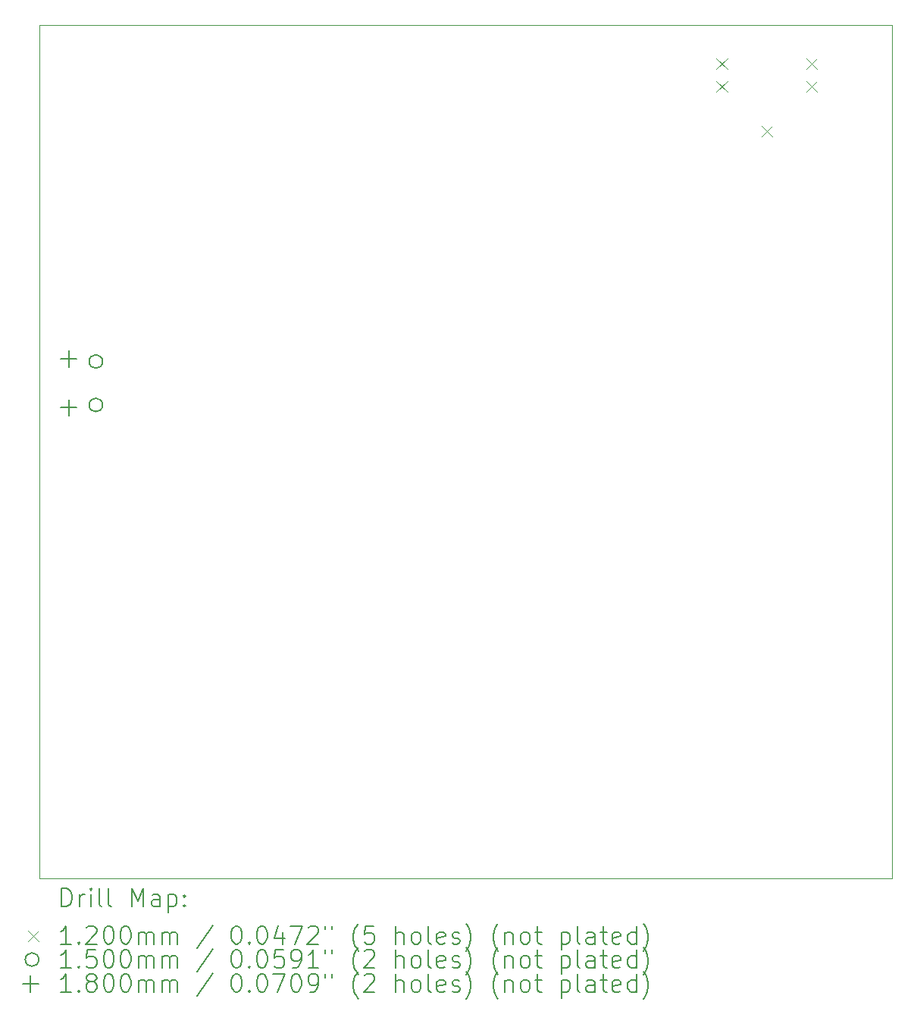
<source format=gbr>
%FSLAX45Y45*%
G04 Gerber Fmt 4.5, Leading zero omitted, Abs format (unit mm)*
G04 Created by KiCad (PCBNEW (6.0.4-0)) date 2022-06-06 20:21:23*
%MOMM*%
%LPD*%
G01*
G04 APERTURE LIST*
%TA.AperFunction,Profile*%
%ADD10C,0.100000*%
%TD*%
%ADD11C,0.200000*%
%ADD12C,0.120000*%
%ADD13C,0.150000*%
%ADD14C,0.180000*%
G04 APERTURE END LIST*
D10*
X14605000Y-4445000D02*
X14605000Y-13970000D01*
X5080000Y-13970000D02*
X5080000Y-4445000D01*
X5080000Y-4445000D02*
X14605000Y-4445000D01*
X14605000Y-13970000D02*
X5080000Y-13970000D01*
D11*
D12*
X12648000Y-4820800D02*
X12768000Y-4940800D01*
X12768000Y-4820800D02*
X12648000Y-4940800D01*
X12648000Y-5070800D02*
X12768000Y-5190800D01*
X12768000Y-5070800D02*
X12648000Y-5190800D01*
X13148000Y-5570800D02*
X13268000Y-5690800D01*
X13268000Y-5570800D02*
X13148000Y-5690800D01*
X13648000Y-4820800D02*
X13768000Y-4940800D01*
X13768000Y-4820800D02*
X13648000Y-4940800D01*
X13648000Y-5070800D02*
X13768000Y-5190800D01*
X13768000Y-5070800D02*
X13648000Y-5190800D01*
D13*
X5788500Y-8203000D02*
G75*
G03*
X5788500Y-8203000I-75000J0D01*
G01*
X5788500Y-8688000D02*
G75*
G03*
X5788500Y-8688000I-75000J0D01*
G01*
D14*
X5410500Y-8083000D02*
X5410500Y-8263000D01*
X5320500Y-8173000D02*
X5500500Y-8173000D01*
X5410500Y-8628000D02*
X5410500Y-8808000D01*
X5320500Y-8718000D02*
X5500500Y-8718000D01*
D11*
X5332619Y-14285476D02*
X5332619Y-14085476D01*
X5380238Y-14085476D01*
X5408810Y-14095000D01*
X5427857Y-14114048D01*
X5437381Y-14133095D01*
X5446905Y-14171190D01*
X5446905Y-14199762D01*
X5437381Y-14237857D01*
X5427857Y-14256905D01*
X5408810Y-14275952D01*
X5380238Y-14285476D01*
X5332619Y-14285476D01*
X5532619Y-14285476D02*
X5532619Y-14152143D01*
X5532619Y-14190238D02*
X5542143Y-14171190D01*
X5551667Y-14161667D01*
X5570714Y-14152143D01*
X5589762Y-14152143D01*
X5656428Y-14285476D02*
X5656428Y-14152143D01*
X5656428Y-14085476D02*
X5646905Y-14095000D01*
X5656428Y-14104524D01*
X5665952Y-14095000D01*
X5656428Y-14085476D01*
X5656428Y-14104524D01*
X5780238Y-14285476D02*
X5761190Y-14275952D01*
X5751667Y-14256905D01*
X5751667Y-14085476D01*
X5885000Y-14285476D02*
X5865952Y-14275952D01*
X5856428Y-14256905D01*
X5856428Y-14085476D01*
X6113571Y-14285476D02*
X6113571Y-14085476D01*
X6180238Y-14228333D01*
X6246905Y-14085476D01*
X6246905Y-14285476D01*
X6427857Y-14285476D02*
X6427857Y-14180714D01*
X6418333Y-14161667D01*
X6399286Y-14152143D01*
X6361190Y-14152143D01*
X6342143Y-14161667D01*
X6427857Y-14275952D02*
X6408809Y-14285476D01*
X6361190Y-14285476D01*
X6342143Y-14275952D01*
X6332619Y-14256905D01*
X6332619Y-14237857D01*
X6342143Y-14218809D01*
X6361190Y-14209286D01*
X6408809Y-14209286D01*
X6427857Y-14199762D01*
X6523095Y-14152143D02*
X6523095Y-14352143D01*
X6523095Y-14161667D02*
X6542143Y-14152143D01*
X6580238Y-14152143D01*
X6599286Y-14161667D01*
X6608809Y-14171190D01*
X6618333Y-14190238D01*
X6618333Y-14247381D01*
X6608809Y-14266428D01*
X6599286Y-14275952D01*
X6580238Y-14285476D01*
X6542143Y-14285476D01*
X6523095Y-14275952D01*
X6704048Y-14266428D02*
X6713571Y-14275952D01*
X6704048Y-14285476D01*
X6694524Y-14275952D01*
X6704048Y-14266428D01*
X6704048Y-14285476D01*
X6704048Y-14161667D02*
X6713571Y-14171190D01*
X6704048Y-14180714D01*
X6694524Y-14171190D01*
X6704048Y-14161667D01*
X6704048Y-14180714D01*
D12*
X4955000Y-14555000D02*
X5075000Y-14675000D01*
X5075000Y-14555000D02*
X4955000Y-14675000D01*
D11*
X5437381Y-14705476D02*
X5323095Y-14705476D01*
X5380238Y-14705476D02*
X5380238Y-14505476D01*
X5361190Y-14534048D01*
X5342143Y-14553095D01*
X5323095Y-14562619D01*
X5523095Y-14686428D02*
X5532619Y-14695952D01*
X5523095Y-14705476D01*
X5513571Y-14695952D01*
X5523095Y-14686428D01*
X5523095Y-14705476D01*
X5608809Y-14524524D02*
X5618333Y-14515000D01*
X5637381Y-14505476D01*
X5685000Y-14505476D01*
X5704048Y-14515000D01*
X5713571Y-14524524D01*
X5723095Y-14543571D01*
X5723095Y-14562619D01*
X5713571Y-14591190D01*
X5599286Y-14705476D01*
X5723095Y-14705476D01*
X5846905Y-14505476D02*
X5865952Y-14505476D01*
X5885000Y-14515000D01*
X5894524Y-14524524D01*
X5904048Y-14543571D01*
X5913571Y-14581667D01*
X5913571Y-14629286D01*
X5904048Y-14667381D01*
X5894524Y-14686428D01*
X5885000Y-14695952D01*
X5865952Y-14705476D01*
X5846905Y-14705476D01*
X5827857Y-14695952D01*
X5818333Y-14686428D01*
X5808809Y-14667381D01*
X5799286Y-14629286D01*
X5799286Y-14581667D01*
X5808809Y-14543571D01*
X5818333Y-14524524D01*
X5827857Y-14515000D01*
X5846905Y-14505476D01*
X6037381Y-14505476D02*
X6056428Y-14505476D01*
X6075476Y-14515000D01*
X6085000Y-14524524D01*
X6094524Y-14543571D01*
X6104048Y-14581667D01*
X6104048Y-14629286D01*
X6094524Y-14667381D01*
X6085000Y-14686428D01*
X6075476Y-14695952D01*
X6056428Y-14705476D01*
X6037381Y-14705476D01*
X6018333Y-14695952D01*
X6008809Y-14686428D01*
X5999286Y-14667381D01*
X5989762Y-14629286D01*
X5989762Y-14581667D01*
X5999286Y-14543571D01*
X6008809Y-14524524D01*
X6018333Y-14515000D01*
X6037381Y-14505476D01*
X6189762Y-14705476D02*
X6189762Y-14572143D01*
X6189762Y-14591190D02*
X6199286Y-14581667D01*
X6218333Y-14572143D01*
X6246905Y-14572143D01*
X6265952Y-14581667D01*
X6275476Y-14600714D01*
X6275476Y-14705476D01*
X6275476Y-14600714D02*
X6285000Y-14581667D01*
X6304048Y-14572143D01*
X6332619Y-14572143D01*
X6351667Y-14581667D01*
X6361190Y-14600714D01*
X6361190Y-14705476D01*
X6456428Y-14705476D02*
X6456428Y-14572143D01*
X6456428Y-14591190D02*
X6465952Y-14581667D01*
X6485000Y-14572143D01*
X6513571Y-14572143D01*
X6532619Y-14581667D01*
X6542143Y-14600714D01*
X6542143Y-14705476D01*
X6542143Y-14600714D02*
X6551667Y-14581667D01*
X6570714Y-14572143D01*
X6599286Y-14572143D01*
X6618333Y-14581667D01*
X6627857Y-14600714D01*
X6627857Y-14705476D01*
X7018333Y-14495952D02*
X6846905Y-14753095D01*
X7275476Y-14505476D02*
X7294524Y-14505476D01*
X7313571Y-14515000D01*
X7323095Y-14524524D01*
X7332619Y-14543571D01*
X7342143Y-14581667D01*
X7342143Y-14629286D01*
X7332619Y-14667381D01*
X7323095Y-14686428D01*
X7313571Y-14695952D01*
X7294524Y-14705476D01*
X7275476Y-14705476D01*
X7256428Y-14695952D01*
X7246905Y-14686428D01*
X7237381Y-14667381D01*
X7227857Y-14629286D01*
X7227857Y-14581667D01*
X7237381Y-14543571D01*
X7246905Y-14524524D01*
X7256428Y-14515000D01*
X7275476Y-14505476D01*
X7427857Y-14686428D02*
X7437381Y-14695952D01*
X7427857Y-14705476D01*
X7418333Y-14695952D01*
X7427857Y-14686428D01*
X7427857Y-14705476D01*
X7561190Y-14505476D02*
X7580238Y-14505476D01*
X7599286Y-14515000D01*
X7608809Y-14524524D01*
X7618333Y-14543571D01*
X7627857Y-14581667D01*
X7627857Y-14629286D01*
X7618333Y-14667381D01*
X7608809Y-14686428D01*
X7599286Y-14695952D01*
X7580238Y-14705476D01*
X7561190Y-14705476D01*
X7542143Y-14695952D01*
X7532619Y-14686428D01*
X7523095Y-14667381D01*
X7513571Y-14629286D01*
X7513571Y-14581667D01*
X7523095Y-14543571D01*
X7532619Y-14524524D01*
X7542143Y-14515000D01*
X7561190Y-14505476D01*
X7799286Y-14572143D02*
X7799286Y-14705476D01*
X7751667Y-14495952D02*
X7704048Y-14638809D01*
X7827857Y-14638809D01*
X7885000Y-14505476D02*
X8018333Y-14505476D01*
X7932619Y-14705476D01*
X8085000Y-14524524D02*
X8094524Y-14515000D01*
X8113571Y-14505476D01*
X8161190Y-14505476D01*
X8180238Y-14515000D01*
X8189762Y-14524524D01*
X8199286Y-14543571D01*
X8199286Y-14562619D01*
X8189762Y-14591190D01*
X8075476Y-14705476D01*
X8199286Y-14705476D01*
X8275476Y-14505476D02*
X8275476Y-14543571D01*
X8351667Y-14505476D02*
X8351667Y-14543571D01*
X8646905Y-14781667D02*
X8637381Y-14772143D01*
X8618333Y-14743571D01*
X8608810Y-14724524D01*
X8599286Y-14695952D01*
X8589762Y-14648333D01*
X8589762Y-14610238D01*
X8599286Y-14562619D01*
X8608810Y-14534048D01*
X8618333Y-14515000D01*
X8637381Y-14486428D01*
X8646905Y-14476905D01*
X8818333Y-14505476D02*
X8723095Y-14505476D01*
X8713571Y-14600714D01*
X8723095Y-14591190D01*
X8742143Y-14581667D01*
X8789762Y-14581667D01*
X8808810Y-14591190D01*
X8818333Y-14600714D01*
X8827857Y-14619762D01*
X8827857Y-14667381D01*
X8818333Y-14686428D01*
X8808810Y-14695952D01*
X8789762Y-14705476D01*
X8742143Y-14705476D01*
X8723095Y-14695952D01*
X8713571Y-14686428D01*
X9065952Y-14705476D02*
X9065952Y-14505476D01*
X9151667Y-14705476D02*
X9151667Y-14600714D01*
X9142143Y-14581667D01*
X9123095Y-14572143D01*
X9094524Y-14572143D01*
X9075476Y-14581667D01*
X9065952Y-14591190D01*
X9275476Y-14705476D02*
X9256429Y-14695952D01*
X9246905Y-14686428D01*
X9237381Y-14667381D01*
X9237381Y-14610238D01*
X9246905Y-14591190D01*
X9256429Y-14581667D01*
X9275476Y-14572143D01*
X9304048Y-14572143D01*
X9323095Y-14581667D01*
X9332619Y-14591190D01*
X9342143Y-14610238D01*
X9342143Y-14667381D01*
X9332619Y-14686428D01*
X9323095Y-14695952D01*
X9304048Y-14705476D01*
X9275476Y-14705476D01*
X9456429Y-14705476D02*
X9437381Y-14695952D01*
X9427857Y-14676905D01*
X9427857Y-14505476D01*
X9608810Y-14695952D02*
X9589762Y-14705476D01*
X9551667Y-14705476D01*
X9532619Y-14695952D01*
X9523095Y-14676905D01*
X9523095Y-14600714D01*
X9532619Y-14581667D01*
X9551667Y-14572143D01*
X9589762Y-14572143D01*
X9608810Y-14581667D01*
X9618333Y-14600714D01*
X9618333Y-14619762D01*
X9523095Y-14638809D01*
X9694524Y-14695952D02*
X9713571Y-14705476D01*
X9751667Y-14705476D01*
X9770714Y-14695952D01*
X9780238Y-14676905D01*
X9780238Y-14667381D01*
X9770714Y-14648333D01*
X9751667Y-14638809D01*
X9723095Y-14638809D01*
X9704048Y-14629286D01*
X9694524Y-14610238D01*
X9694524Y-14600714D01*
X9704048Y-14581667D01*
X9723095Y-14572143D01*
X9751667Y-14572143D01*
X9770714Y-14581667D01*
X9846905Y-14781667D02*
X9856429Y-14772143D01*
X9875476Y-14743571D01*
X9885000Y-14724524D01*
X9894524Y-14695952D01*
X9904048Y-14648333D01*
X9904048Y-14610238D01*
X9894524Y-14562619D01*
X9885000Y-14534048D01*
X9875476Y-14515000D01*
X9856429Y-14486428D01*
X9846905Y-14476905D01*
X10208810Y-14781667D02*
X10199286Y-14772143D01*
X10180238Y-14743571D01*
X10170714Y-14724524D01*
X10161190Y-14695952D01*
X10151667Y-14648333D01*
X10151667Y-14610238D01*
X10161190Y-14562619D01*
X10170714Y-14534048D01*
X10180238Y-14515000D01*
X10199286Y-14486428D01*
X10208810Y-14476905D01*
X10285000Y-14572143D02*
X10285000Y-14705476D01*
X10285000Y-14591190D02*
X10294524Y-14581667D01*
X10313571Y-14572143D01*
X10342143Y-14572143D01*
X10361190Y-14581667D01*
X10370714Y-14600714D01*
X10370714Y-14705476D01*
X10494524Y-14705476D02*
X10475476Y-14695952D01*
X10465952Y-14686428D01*
X10456429Y-14667381D01*
X10456429Y-14610238D01*
X10465952Y-14591190D01*
X10475476Y-14581667D01*
X10494524Y-14572143D01*
X10523095Y-14572143D01*
X10542143Y-14581667D01*
X10551667Y-14591190D01*
X10561190Y-14610238D01*
X10561190Y-14667381D01*
X10551667Y-14686428D01*
X10542143Y-14695952D01*
X10523095Y-14705476D01*
X10494524Y-14705476D01*
X10618333Y-14572143D02*
X10694524Y-14572143D01*
X10646905Y-14505476D02*
X10646905Y-14676905D01*
X10656429Y-14695952D01*
X10675476Y-14705476D01*
X10694524Y-14705476D01*
X10913571Y-14572143D02*
X10913571Y-14772143D01*
X10913571Y-14581667D02*
X10932619Y-14572143D01*
X10970714Y-14572143D01*
X10989762Y-14581667D01*
X10999286Y-14591190D01*
X11008810Y-14610238D01*
X11008810Y-14667381D01*
X10999286Y-14686428D01*
X10989762Y-14695952D01*
X10970714Y-14705476D01*
X10932619Y-14705476D01*
X10913571Y-14695952D01*
X11123095Y-14705476D02*
X11104048Y-14695952D01*
X11094524Y-14676905D01*
X11094524Y-14505476D01*
X11285000Y-14705476D02*
X11285000Y-14600714D01*
X11275476Y-14581667D01*
X11256428Y-14572143D01*
X11218333Y-14572143D01*
X11199286Y-14581667D01*
X11285000Y-14695952D02*
X11265952Y-14705476D01*
X11218333Y-14705476D01*
X11199286Y-14695952D01*
X11189762Y-14676905D01*
X11189762Y-14657857D01*
X11199286Y-14638809D01*
X11218333Y-14629286D01*
X11265952Y-14629286D01*
X11285000Y-14619762D01*
X11351667Y-14572143D02*
X11427857Y-14572143D01*
X11380238Y-14505476D02*
X11380238Y-14676905D01*
X11389762Y-14695952D01*
X11408809Y-14705476D01*
X11427857Y-14705476D01*
X11570714Y-14695952D02*
X11551667Y-14705476D01*
X11513571Y-14705476D01*
X11494524Y-14695952D01*
X11485000Y-14676905D01*
X11485000Y-14600714D01*
X11494524Y-14581667D01*
X11513571Y-14572143D01*
X11551667Y-14572143D01*
X11570714Y-14581667D01*
X11580238Y-14600714D01*
X11580238Y-14619762D01*
X11485000Y-14638809D01*
X11751667Y-14705476D02*
X11751667Y-14505476D01*
X11751667Y-14695952D02*
X11732619Y-14705476D01*
X11694524Y-14705476D01*
X11675476Y-14695952D01*
X11665952Y-14686428D01*
X11656428Y-14667381D01*
X11656428Y-14610238D01*
X11665952Y-14591190D01*
X11675476Y-14581667D01*
X11694524Y-14572143D01*
X11732619Y-14572143D01*
X11751667Y-14581667D01*
X11827857Y-14781667D02*
X11837381Y-14772143D01*
X11856428Y-14743571D01*
X11865952Y-14724524D01*
X11875476Y-14695952D01*
X11885000Y-14648333D01*
X11885000Y-14610238D01*
X11875476Y-14562619D01*
X11865952Y-14534048D01*
X11856428Y-14515000D01*
X11837381Y-14486428D01*
X11827857Y-14476905D01*
D13*
X5075000Y-14879000D02*
G75*
G03*
X5075000Y-14879000I-75000J0D01*
G01*
D11*
X5437381Y-14969476D02*
X5323095Y-14969476D01*
X5380238Y-14969476D02*
X5380238Y-14769476D01*
X5361190Y-14798048D01*
X5342143Y-14817095D01*
X5323095Y-14826619D01*
X5523095Y-14950428D02*
X5532619Y-14959952D01*
X5523095Y-14969476D01*
X5513571Y-14959952D01*
X5523095Y-14950428D01*
X5523095Y-14969476D01*
X5713571Y-14769476D02*
X5618333Y-14769476D01*
X5608809Y-14864714D01*
X5618333Y-14855190D01*
X5637381Y-14845667D01*
X5685000Y-14845667D01*
X5704048Y-14855190D01*
X5713571Y-14864714D01*
X5723095Y-14883762D01*
X5723095Y-14931381D01*
X5713571Y-14950428D01*
X5704048Y-14959952D01*
X5685000Y-14969476D01*
X5637381Y-14969476D01*
X5618333Y-14959952D01*
X5608809Y-14950428D01*
X5846905Y-14769476D02*
X5865952Y-14769476D01*
X5885000Y-14779000D01*
X5894524Y-14788524D01*
X5904048Y-14807571D01*
X5913571Y-14845667D01*
X5913571Y-14893286D01*
X5904048Y-14931381D01*
X5894524Y-14950428D01*
X5885000Y-14959952D01*
X5865952Y-14969476D01*
X5846905Y-14969476D01*
X5827857Y-14959952D01*
X5818333Y-14950428D01*
X5808809Y-14931381D01*
X5799286Y-14893286D01*
X5799286Y-14845667D01*
X5808809Y-14807571D01*
X5818333Y-14788524D01*
X5827857Y-14779000D01*
X5846905Y-14769476D01*
X6037381Y-14769476D02*
X6056428Y-14769476D01*
X6075476Y-14779000D01*
X6085000Y-14788524D01*
X6094524Y-14807571D01*
X6104048Y-14845667D01*
X6104048Y-14893286D01*
X6094524Y-14931381D01*
X6085000Y-14950428D01*
X6075476Y-14959952D01*
X6056428Y-14969476D01*
X6037381Y-14969476D01*
X6018333Y-14959952D01*
X6008809Y-14950428D01*
X5999286Y-14931381D01*
X5989762Y-14893286D01*
X5989762Y-14845667D01*
X5999286Y-14807571D01*
X6008809Y-14788524D01*
X6018333Y-14779000D01*
X6037381Y-14769476D01*
X6189762Y-14969476D02*
X6189762Y-14836143D01*
X6189762Y-14855190D02*
X6199286Y-14845667D01*
X6218333Y-14836143D01*
X6246905Y-14836143D01*
X6265952Y-14845667D01*
X6275476Y-14864714D01*
X6275476Y-14969476D01*
X6275476Y-14864714D02*
X6285000Y-14845667D01*
X6304048Y-14836143D01*
X6332619Y-14836143D01*
X6351667Y-14845667D01*
X6361190Y-14864714D01*
X6361190Y-14969476D01*
X6456428Y-14969476D02*
X6456428Y-14836143D01*
X6456428Y-14855190D02*
X6465952Y-14845667D01*
X6485000Y-14836143D01*
X6513571Y-14836143D01*
X6532619Y-14845667D01*
X6542143Y-14864714D01*
X6542143Y-14969476D01*
X6542143Y-14864714D02*
X6551667Y-14845667D01*
X6570714Y-14836143D01*
X6599286Y-14836143D01*
X6618333Y-14845667D01*
X6627857Y-14864714D01*
X6627857Y-14969476D01*
X7018333Y-14759952D02*
X6846905Y-15017095D01*
X7275476Y-14769476D02*
X7294524Y-14769476D01*
X7313571Y-14779000D01*
X7323095Y-14788524D01*
X7332619Y-14807571D01*
X7342143Y-14845667D01*
X7342143Y-14893286D01*
X7332619Y-14931381D01*
X7323095Y-14950428D01*
X7313571Y-14959952D01*
X7294524Y-14969476D01*
X7275476Y-14969476D01*
X7256428Y-14959952D01*
X7246905Y-14950428D01*
X7237381Y-14931381D01*
X7227857Y-14893286D01*
X7227857Y-14845667D01*
X7237381Y-14807571D01*
X7246905Y-14788524D01*
X7256428Y-14779000D01*
X7275476Y-14769476D01*
X7427857Y-14950428D02*
X7437381Y-14959952D01*
X7427857Y-14969476D01*
X7418333Y-14959952D01*
X7427857Y-14950428D01*
X7427857Y-14969476D01*
X7561190Y-14769476D02*
X7580238Y-14769476D01*
X7599286Y-14779000D01*
X7608809Y-14788524D01*
X7618333Y-14807571D01*
X7627857Y-14845667D01*
X7627857Y-14893286D01*
X7618333Y-14931381D01*
X7608809Y-14950428D01*
X7599286Y-14959952D01*
X7580238Y-14969476D01*
X7561190Y-14969476D01*
X7542143Y-14959952D01*
X7532619Y-14950428D01*
X7523095Y-14931381D01*
X7513571Y-14893286D01*
X7513571Y-14845667D01*
X7523095Y-14807571D01*
X7532619Y-14788524D01*
X7542143Y-14779000D01*
X7561190Y-14769476D01*
X7808809Y-14769476D02*
X7713571Y-14769476D01*
X7704048Y-14864714D01*
X7713571Y-14855190D01*
X7732619Y-14845667D01*
X7780238Y-14845667D01*
X7799286Y-14855190D01*
X7808809Y-14864714D01*
X7818333Y-14883762D01*
X7818333Y-14931381D01*
X7808809Y-14950428D01*
X7799286Y-14959952D01*
X7780238Y-14969476D01*
X7732619Y-14969476D01*
X7713571Y-14959952D01*
X7704048Y-14950428D01*
X7913571Y-14969476D02*
X7951667Y-14969476D01*
X7970714Y-14959952D01*
X7980238Y-14950428D01*
X7999286Y-14921857D01*
X8008809Y-14883762D01*
X8008809Y-14807571D01*
X7999286Y-14788524D01*
X7989762Y-14779000D01*
X7970714Y-14769476D01*
X7932619Y-14769476D01*
X7913571Y-14779000D01*
X7904048Y-14788524D01*
X7894524Y-14807571D01*
X7894524Y-14855190D01*
X7904048Y-14874238D01*
X7913571Y-14883762D01*
X7932619Y-14893286D01*
X7970714Y-14893286D01*
X7989762Y-14883762D01*
X7999286Y-14874238D01*
X8008809Y-14855190D01*
X8199286Y-14969476D02*
X8085000Y-14969476D01*
X8142143Y-14969476D02*
X8142143Y-14769476D01*
X8123095Y-14798048D01*
X8104048Y-14817095D01*
X8085000Y-14826619D01*
X8275476Y-14769476D02*
X8275476Y-14807571D01*
X8351667Y-14769476D02*
X8351667Y-14807571D01*
X8646905Y-15045667D02*
X8637381Y-15036143D01*
X8618333Y-15007571D01*
X8608810Y-14988524D01*
X8599286Y-14959952D01*
X8589762Y-14912333D01*
X8589762Y-14874238D01*
X8599286Y-14826619D01*
X8608810Y-14798048D01*
X8618333Y-14779000D01*
X8637381Y-14750428D01*
X8646905Y-14740905D01*
X8713571Y-14788524D02*
X8723095Y-14779000D01*
X8742143Y-14769476D01*
X8789762Y-14769476D01*
X8808810Y-14779000D01*
X8818333Y-14788524D01*
X8827857Y-14807571D01*
X8827857Y-14826619D01*
X8818333Y-14855190D01*
X8704048Y-14969476D01*
X8827857Y-14969476D01*
X9065952Y-14969476D02*
X9065952Y-14769476D01*
X9151667Y-14969476D02*
X9151667Y-14864714D01*
X9142143Y-14845667D01*
X9123095Y-14836143D01*
X9094524Y-14836143D01*
X9075476Y-14845667D01*
X9065952Y-14855190D01*
X9275476Y-14969476D02*
X9256429Y-14959952D01*
X9246905Y-14950428D01*
X9237381Y-14931381D01*
X9237381Y-14874238D01*
X9246905Y-14855190D01*
X9256429Y-14845667D01*
X9275476Y-14836143D01*
X9304048Y-14836143D01*
X9323095Y-14845667D01*
X9332619Y-14855190D01*
X9342143Y-14874238D01*
X9342143Y-14931381D01*
X9332619Y-14950428D01*
X9323095Y-14959952D01*
X9304048Y-14969476D01*
X9275476Y-14969476D01*
X9456429Y-14969476D02*
X9437381Y-14959952D01*
X9427857Y-14940905D01*
X9427857Y-14769476D01*
X9608810Y-14959952D02*
X9589762Y-14969476D01*
X9551667Y-14969476D01*
X9532619Y-14959952D01*
X9523095Y-14940905D01*
X9523095Y-14864714D01*
X9532619Y-14845667D01*
X9551667Y-14836143D01*
X9589762Y-14836143D01*
X9608810Y-14845667D01*
X9618333Y-14864714D01*
X9618333Y-14883762D01*
X9523095Y-14902809D01*
X9694524Y-14959952D02*
X9713571Y-14969476D01*
X9751667Y-14969476D01*
X9770714Y-14959952D01*
X9780238Y-14940905D01*
X9780238Y-14931381D01*
X9770714Y-14912333D01*
X9751667Y-14902809D01*
X9723095Y-14902809D01*
X9704048Y-14893286D01*
X9694524Y-14874238D01*
X9694524Y-14864714D01*
X9704048Y-14845667D01*
X9723095Y-14836143D01*
X9751667Y-14836143D01*
X9770714Y-14845667D01*
X9846905Y-15045667D02*
X9856429Y-15036143D01*
X9875476Y-15007571D01*
X9885000Y-14988524D01*
X9894524Y-14959952D01*
X9904048Y-14912333D01*
X9904048Y-14874238D01*
X9894524Y-14826619D01*
X9885000Y-14798048D01*
X9875476Y-14779000D01*
X9856429Y-14750428D01*
X9846905Y-14740905D01*
X10208810Y-15045667D02*
X10199286Y-15036143D01*
X10180238Y-15007571D01*
X10170714Y-14988524D01*
X10161190Y-14959952D01*
X10151667Y-14912333D01*
X10151667Y-14874238D01*
X10161190Y-14826619D01*
X10170714Y-14798048D01*
X10180238Y-14779000D01*
X10199286Y-14750428D01*
X10208810Y-14740905D01*
X10285000Y-14836143D02*
X10285000Y-14969476D01*
X10285000Y-14855190D02*
X10294524Y-14845667D01*
X10313571Y-14836143D01*
X10342143Y-14836143D01*
X10361190Y-14845667D01*
X10370714Y-14864714D01*
X10370714Y-14969476D01*
X10494524Y-14969476D02*
X10475476Y-14959952D01*
X10465952Y-14950428D01*
X10456429Y-14931381D01*
X10456429Y-14874238D01*
X10465952Y-14855190D01*
X10475476Y-14845667D01*
X10494524Y-14836143D01*
X10523095Y-14836143D01*
X10542143Y-14845667D01*
X10551667Y-14855190D01*
X10561190Y-14874238D01*
X10561190Y-14931381D01*
X10551667Y-14950428D01*
X10542143Y-14959952D01*
X10523095Y-14969476D01*
X10494524Y-14969476D01*
X10618333Y-14836143D02*
X10694524Y-14836143D01*
X10646905Y-14769476D02*
X10646905Y-14940905D01*
X10656429Y-14959952D01*
X10675476Y-14969476D01*
X10694524Y-14969476D01*
X10913571Y-14836143D02*
X10913571Y-15036143D01*
X10913571Y-14845667D02*
X10932619Y-14836143D01*
X10970714Y-14836143D01*
X10989762Y-14845667D01*
X10999286Y-14855190D01*
X11008810Y-14874238D01*
X11008810Y-14931381D01*
X10999286Y-14950428D01*
X10989762Y-14959952D01*
X10970714Y-14969476D01*
X10932619Y-14969476D01*
X10913571Y-14959952D01*
X11123095Y-14969476D02*
X11104048Y-14959952D01*
X11094524Y-14940905D01*
X11094524Y-14769476D01*
X11285000Y-14969476D02*
X11285000Y-14864714D01*
X11275476Y-14845667D01*
X11256428Y-14836143D01*
X11218333Y-14836143D01*
X11199286Y-14845667D01*
X11285000Y-14959952D02*
X11265952Y-14969476D01*
X11218333Y-14969476D01*
X11199286Y-14959952D01*
X11189762Y-14940905D01*
X11189762Y-14921857D01*
X11199286Y-14902809D01*
X11218333Y-14893286D01*
X11265952Y-14893286D01*
X11285000Y-14883762D01*
X11351667Y-14836143D02*
X11427857Y-14836143D01*
X11380238Y-14769476D02*
X11380238Y-14940905D01*
X11389762Y-14959952D01*
X11408809Y-14969476D01*
X11427857Y-14969476D01*
X11570714Y-14959952D02*
X11551667Y-14969476D01*
X11513571Y-14969476D01*
X11494524Y-14959952D01*
X11485000Y-14940905D01*
X11485000Y-14864714D01*
X11494524Y-14845667D01*
X11513571Y-14836143D01*
X11551667Y-14836143D01*
X11570714Y-14845667D01*
X11580238Y-14864714D01*
X11580238Y-14883762D01*
X11485000Y-14902809D01*
X11751667Y-14969476D02*
X11751667Y-14769476D01*
X11751667Y-14959952D02*
X11732619Y-14969476D01*
X11694524Y-14969476D01*
X11675476Y-14959952D01*
X11665952Y-14950428D01*
X11656428Y-14931381D01*
X11656428Y-14874238D01*
X11665952Y-14855190D01*
X11675476Y-14845667D01*
X11694524Y-14836143D01*
X11732619Y-14836143D01*
X11751667Y-14845667D01*
X11827857Y-15045667D02*
X11837381Y-15036143D01*
X11856428Y-15007571D01*
X11865952Y-14988524D01*
X11875476Y-14959952D01*
X11885000Y-14912333D01*
X11885000Y-14874238D01*
X11875476Y-14826619D01*
X11865952Y-14798048D01*
X11856428Y-14779000D01*
X11837381Y-14750428D01*
X11827857Y-14740905D01*
D14*
X4985000Y-15059000D02*
X4985000Y-15239000D01*
X4895000Y-15149000D02*
X5075000Y-15149000D01*
D11*
X5437381Y-15239476D02*
X5323095Y-15239476D01*
X5380238Y-15239476D02*
X5380238Y-15039476D01*
X5361190Y-15068048D01*
X5342143Y-15087095D01*
X5323095Y-15096619D01*
X5523095Y-15220428D02*
X5532619Y-15229952D01*
X5523095Y-15239476D01*
X5513571Y-15229952D01*
X5523095Y-15220428D01*
X5523095Y-15239476D01*
X5646905Y-15125190D02*
X5627857Y-15115667D01*
X5618333Y-15106143D01*
X5608809Y-15087095D01*
X5608809Y-15077571D01*
X5618333Y-15058524D01*
X5627857Y-15049000D01*
X5646905Y-15039476D01*
X5685000Y-15039476D01*
X5704048Y-15049000D01*
X5713571Y-15058524D01*
X5723095Y-15077571D01*
X5723095Y-15087095D01*
X5713571Y-15106143D01*
X5704048Y-15115667D01*
X5685000Y-15125190D01*
X5646905Y-15125190D01*
X5627857Y-15134714D01*
X5618333Y-15144238D01*
X5608809Y-15163286D01*
X5608809Y-15201381D01*
X5618333Y-15220428D01*
X5627857Y-15229952D01*
X5646905Y-15239476D01*
X5685000Y-15239476D01*
X5704048Y-15229952D01*
X5713571Y-15220428D01*
X5723095Y-15201381D01*
X5723095Y-15163286D01*
X5713571Y-15144238D01*
X5704048Y-15134714D01*
X5685000Y-15125190D01*
X5846905Y-15039476D02*
X5865952Y-15039476D01*
X5885000Y-15049000D01*
X5894524Y-15058524D01*
X5904048Y-15077571D01*
X5913571Y-15115667D01*
X5913571Y-15163286D01*
X5904048Y-15201381D01*
X5894524Y-15220428D01*
X5885000Y-15229952D01*
X5865952Y-15239476D01*
X5846905Y-15239476D01*
X5827857Y-15229952D01*
X5818333Y-15220428D01*
X5808809Y-15201381D01*
X5799286Y-15163286D01*
X5799286Y-15115667D01*
X5808809Y-15077571D01*
X5818333Y-15058524D01*
X5827857Y-15049000D01*
X5846905Y-15039476D01*
X6037381Y-15039476D02*
X6056428Y-15039476D01*
X6075476Y-15049000D01*
X6085000Y-15058524D01*
X6094524Y-15077571D01*
X6104048Y-15115667D01*
X6104048Y-15163286D01*
X6094524Y-15201381D01*
X6085000Y-15220428D01*
X6075476Y-15229952D01*
X6056428Y-15239476D01*
X6037381Y-15239476D01*
X6018333Y-15229952D01*
X6008809Y-15220428D01*
X5999286Y-15201381D01*
X5989762Y-15163286D01*
X5989762Y-15115667D01*
X5999286Y-15077571D01*
X6008809Y-15058524D01*
X6018333Y-15049000D01*
X6037381Y-15039476D01*
X6189762Y-15239476D02*
X6189762Y-15106143D01*
X6189762Y-15125190D02*
X6199286Y-15115667D01*
X6218333Y-15106143D01*
X6246905Y-15106143D01*
X6265952Y-15115667D01*
X6275476Y-15134714D01*
X6275476Y-15239476D01*
X6275476Y-15134714D02*
X6285000Y-15115667D01*
X6304048Y-15106143D01*
X6332619Y-15106143D01*
X6351667Y-15115667D01*
X6361190Y-15134714D01*
X6361190Y-15239476D01*
X6456428Y-15239476D02*
X6456428Y-15106143D01*
X6456428Y-15125190D02*
X6465952Y-15115667D01*
X6485000Y-15106143D01*
X6513571Y-15106143D01*
X6532619Y-15115667D01*
X6542143Y-15134714D01*
X6542143Y-15239476D01*
X6542143Y-15134714D02*
X6551667Y-15115667D01*
X6570714Y-15106143D01*
X6599286Y-15106143D01*
X6618333Y-15115667D01*
X6627857Y-15134714D01*
X6627857Y-15239476D01*
X7018333Y-15029952D02*
X6846905Y-15287095D01*
X7275476Y-15039476D02*
X7294524Y-15039476D01*
X7313571Y-15049000D01*
X7323095Y-15058524D01*
X7332619Y-15077571D01*
X7342143Y-15115667D01*
X7342143Y-15163286D01*
X7332619Y-15201381D01*
X7323095Y-15220428D01*
X7313571Y-15229952D01*
X7294524Y-15239476D01*
X7275476Y-15239476D01*
X7256428Y-15229952D01*
X7246905Y-15220428D01*
X7237381Y-15201381D01*
X7227857Y-15163286D01*
X7227857Y-15115667D01*
X7237381Y-15077571D01*
X7246905Y-15058524D01*
X7256428Y-15049000D01*
X7275476Y-15039476D01*
X7427857Y-15220428D02*
X7437381Y-15229952D01*
X7427857Y-15239476D01*
X7418333Y-15229952D01*
X7427857Y-15220428D01*
X7427857Y-15239476D01*
X7561190Y-15039476D02*
X7580238Y-15039476D01*
X7599286Y-15049000D01*
X7608809Y-15058524D01*
X7618333Y-15077571D01*
X7627857Y-15115667D01*
X7627857Y-15163286D01*
X7618333Y-15201381D01*
X7608809Y-15220428D01*
X7599286Y-15229952D01*
X7580238Y-15239476D01*
X7561190Y-15239476D01*
X7542143Y-15229952D01*
X7532619Y-15220428D01*
X7523095Y-15201381D01*
X7513571Y-15163286D01*
X7513571Y-15115667D01*
X7523095Y-15077571D01*
X7532619Y-15058524D01*
X7542143Y-15049000D01*
X7561190Y-15039476D01*
X7694524Y-15039476D02*
X7827857Y-15039476D01*
X7742143Y-15239476D01*
X7942143Y-15039476D02*
X7961190Y-15039476D01*
X7980238Y-15049000D01*
X7989762Y-15058524D01*
X7999286Y-15077571D01*
X8008809Y-15115667D01*
X8008809Y-15163286D01*
X7999286Y-15201381D01*
X7989762Y-15220428D01*
X7980238Y-15229952D01*
X7961190Y-15239476D01*
X7942143Y-15239476D01*
X7923095Y-15229952D01*
X7913571Y-15220428D01*
X7904048Y-15201381D01*
X7894524Y-15163286D01*
X7894524Y-15115667D01*
X7904048Y-15077571D01*
X7913571Y-15058524D01*
X7923095Y-15049000D01*
X7942143Y-15039476D01*
X8104048Y-15239476D02*
X8142143Y-15239476D01*
X8161190Y-15229952D01*
X8170714Y-15220428D01*
X8189762Y-15191857D01*
X8199286Y-15153762D01*
X8199286Y-15077571D01*
X8189762Y-15058524D01*
X8180238Y-15049000D01*
X8161190Y-15039476D01*
X8123095Y-15039476D01*
X8104048Y-15049000D01*
X8094524Y-15058524D01*
X8085000Y-15077571D01*
X8085000Y-15125190D01*
X8094524Y-15144238D01*
X8104048Y-15153762D01*
X8123095Y-15163286D01*
X8161190Y-15163286D01*
X8180238Y-15153762D01*
X8189762Y-15144238D01*
X8199286Y-15125190D01*
X8275476Y-15039476D02*
X8275476Y-15077571D01*
X8351667Y-15039476D02*
X8351667Y-15077571D01*
X8646905Y-15315667D02*
X8637381Y-15306143D01*
X8618333Y-15277571D01*
X8608810Y-15258524D01*
X8599286Y-15229952D01*
X8589762Y-15182333D01*
X8589762Y-15144238D01*
X8599286Y-15096619D01*
X8608810Y-15068048D01*
X8618333Y-15049000D01*
X8637381Y-15020428D01*
X8646905Y-15010905D01*
X8713571Y-15058524D02*
X8723095Y-15049000D01*
X8742143Y-15039476D01*
X8789762Y-15039476D01*
X8808810Y-15049000D01*
X8818333Y-15058524D01*
X8827857Y-15077571D01*
X8827857Y-15096619D01*
X8818333Y-15125190D01*
X8704048Y-15239476D01*
X8827857Y-15239476D01*
X9065952Y-15239476D02*
X9065952Y-15039476D01*
X9151667Y-15239476D02*
X9151667Y-15134714D01*
X9142143Y-15115667D01*
X9123095Y-15106143D01*
X9094524Y-15106143D01*
X9075476Y-15115667D01*
X9065952Y-15125190D01*
X9275476Y-15239476D02*
X9256429Y-15229952D01*
X9246905Y-15220428D01*
X9237381Y-15201381D01*
X9237381Y-15144238D01*
X9246905Y-15125190D01*
X9256429Y-15115667D01*
X9275476Y-15106143D01*
X9304048Y-15106143D01*
X9323095Y-15115667D01*
X9332619Y-15125190D01*
X9342143Y-15144238D01*
X9342143Y-15201381D01*
X9332619Y-15220428D01*
X9323095Y-15229952D01*
X9304048Y-15239476D01*
X9275476Y-15239476D01*
X9456429Y-15239476D02*
X9437381Y-15229952D01*
X9427857Y-15210905D01*
X9427857Y-15039476D01*
X9608810Y-15229952D02*
X9589762Y-15239476D01*
X9551667Y-15239476D01*
X9532619Y-15229952D01*
X9523095Y-15210905D01*
X9523095Y-15134714D01*
X9532619Y-15115667D01*
X9551667Y-15106143D01*
X9589762Y-15106143D01*
X9608810Y-15115667D01*
X9618333Y-15134714D01*
X9618333Y-15153762D01*
X9523095Y-15172809D01*
X9694524Y-15229952D02*
X9713571Y-15239476D01*
X9751667Y-15239476D01*
X9770714Y-15229952D01*
X9780238Y-15210905D01*
X9780238Y-15201381D01*
X9770714Y-15182333D01*
X9751667Y-15172809D01*
X9723095Y-15172809D01*
X9704048Y-15163286D01*
X9694524Y-15144238D01*
X9694524Y-15134714D01*
X9704048Y-15115667D01*
X9723095Y-15106143D01*
X9751667Y-15106143D01*
X9770714Y-15115667D01*
X9846905Y-15315667D02*
X9856429Y-15306143D01*
X9875476Y-15277571D01*
X9885000Y-15258524D01*
X9894524Y-15229952D01*
X9904048Y-15182333D01*
X9904048Y-15144238D01*
X9894524Y-15096619D01*
X9885000Y-15068048D01*
X9875476Y-15049000D01*
X9856429Y-15020428D01*
X9846905Y-15010905D01*
X10208810Y-15315667D02*
X10199286Y-15306143D01*
X10180238Y-15277571D01*
X10170714Y-15258524D01*
X10161190Y-15229952D01*
X10151667Y-15182333D01*
X10151667Y-15144238D01*
X10161190Y-15096619D01*
X10170714Y-15068048D01*
X10180238Y-15049000D01*
X10199286Y-15020428D01*
X10208810Y-15010905D01*
X10285000Y-15106143D02*
X10285000Y-15239476D01*
X10285000Y-15125190D02*
X10294524Y-15115667D01*
X10313571Y-15106143D01*
X10342143Y-15106143D01*
X10361190Y-15115667D01*
X10370714Y-15134714D01*
X10370714Y-15239476D01*
X10494524Y-15239476D02*
X10475476Y-15229952D01*
X10465952Y-15220428D01*
X10456429Y-15201381D01*
X10456429Y-15144238D01*
X10465952Y-15125190D01*
X10475476Y-15115667D01*
X10494524Y-15106143D01*
X10523095Y-15106143D01*
X10542143Y-15115667D01*
X10551667Y-15125190D01*
X10561190Y-15144238D01*
X10561190Y-15201381D01*
X10551667Y-15220428D01*
X10542143Y-15229952D01*
X10523095Y-15239476D01*
X10494524Y-15239476D01*
X10618333Y-15106143D02*
X10694524Y-15106143D01*
X10646905Y-15039476D02*
X10646905Y-15210905D01*
X10656429Y-15229952D01*
X10675476Y-15239476D01*
X10694524Y-15239476D01*
X10913571Y-15106143D02*
X10913571Y-15306143D01*
X10913571Y-15115667D02*
X10932619Y-15106143D01*
X10970714Y-15106143D01*
X10989762Y-15115667D01*
X10999286Y-15125190D01*
X11008810Y-15144238D01*
X11008810Y-15201381D01*
X10999286Y-15220428D01*
X10989762Y-15229952D01*
X10970714Y-15239476D01*
X10932619Y-15239476D01*
X10913571Y-15229952D01*
X11123095Y-15239476D02*
X11104048Y-15229952D01*
X11094524Y-15210905D01*
X11094524Y-15039476D01*
X11285000Y-15239476D02*
X11285000Y-15134714D01*
X11275476Y-15115667D01*
X11256428Y-15106143D01*
X11218333Y-15106143D01*
X11199286Y-15115667D01*
X11285000Y-15229952D02*
X11265952Y-15239476D01*
X11218333Y-15239476D01*
X11199286Y-15229952D01*
X11189762Y-15210905D01*
X11189762Y-15191857D01*
X11199286Y-15172809D01*
X11218333Y-15163286D01*
X11265952Y-15163286D01*
X11285000Y-15153762D01*
X11351667Y-15106143D02*
X11427857Y-15106143D01*
X11380238Y-15039476D02*
X11380238Y-15210905D01*
X11389762Y-15229952D01*
X11408809Y-15239476D01*
X11427857Y-15239476D01*
X11570714Y-15229952D02*
X11551667Y-15239476D01*
X11513571Y-15239476D01*
X11494524Y-15229952D01*
X11485000Y-15210905D01*
X11485000Y-15134714D01*
X11494524Y-15115667D01*
X11513571Y-15106143D01*
X11551667Y-15106143D01*
X11570714Y-15115667D01*
X11580238Y-15134714D01*
X11580238Y-15153762D01*
X11485000Y-15172809D01*
X11751667Y-15239476D02*
X11751667Y-15039476D01*
X11751667Y-15229952D02*
X11732619Y-15239476D01*
X11694524Y-15239476D01*
X11675476Y-15229952D01*
X11665952Y-15220428D01*
X11656428Y-15201381D01*
X11656428Y-15144238D01*
X11665952Y-15125190D01*
X11675476Y-15115667D01*
X11694524Y-15106143D01*
X11732619Y-15106143D01*
X11751667Y-15115667D01*
X11827857Y-15315667D02*
X11837381Y-15306143D01*
X11856428Y-15277571D01*
X11865952Y-15258524D01*
X11875476Y-15229952D01*
X11885000Y-15182333D01*
X11885000Y-15144238D01*
X11875476Y-15096619D01*
X11865952Y-15068048D01*
X11856428Y-15049000D01*
X11837381Y-15020428D01*
X11827857Y-15010905D01*
M02*

</source>
